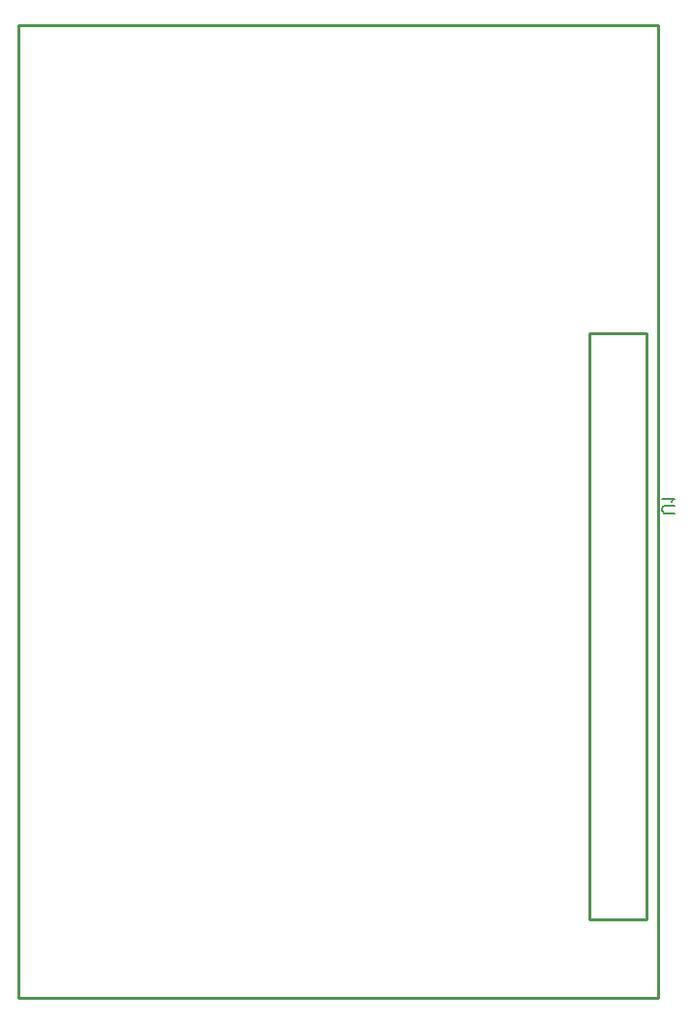
<source format=gbo>
G04 Layer: BottomSilkscreenLayer*
G04 EasyEDA v6.5.23, 2023-06-18 13:26:56*
G04 e563b856323e489fb497cbcb29ae2dd2,10*
G04 Gerber Generator version 0.2*
G04 Scale: 100 percent, Rotated: No, Reflected: No *
G04 Dimensions in millimeters *
G04 leading zeros omitted , absolute positions ,4 integer and 5 decimal *
%FSLAX45Y45*%
%MOMM*%

%ADD10C,0.1524*%
%ADD11C,0.2540*%

%LPD*%
D10*
X6932488Y4463760D02*
G01*
X6854510Y4463760D01*
X6839016Y4468840D01*
X6828602Y4479254D01*
X6823522Y4495002D01*
X6823522Y4505416D01*
X6828602Y4520910D01*
X6839016Y4531324D01*
X6854510Y4536404D01*
X6932488Y4536404D01*
X6911660Y4570694D02*
G01*
X6916994Y4581108D01*
X6932488Y4596856D01*
X6823522Y4596856D01*
D11*
X6789384Y229809D02*
G01*
X6789384Y8729817D01*
X1189395Y8729817D01*
X1189395Y229809D01*
X6789384Y229809D01*
X6688902Y914796D02*
G01*
X6688902Y6044808D01*
X6188903Y6044808D01*
X6188903Y914796D01*
X6688902Y914796D01*
M02*

</source>
